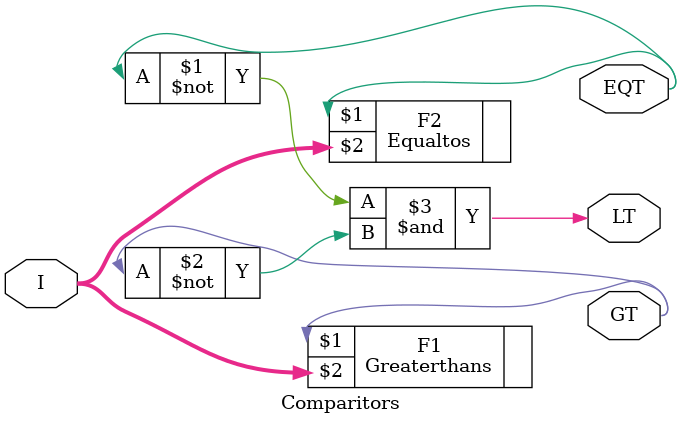
<source format=v>
module Comparitors(EQT,GT,LT,I);
input [3:0] I;
output EQT,GT,LT; 
wire l1, l2;
Greaterthans F1(GT,I);
Equaltos F2(EQT,I);
//not (l1,EQT), (l2,GT);
and F3(LT,~EQT,~GT);

endmodule
</source>
